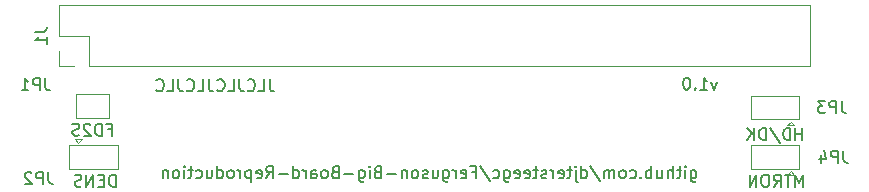
<source format=gbr>
%TF.GenerationSoftware,KiCad,Pcbnew,7.0.7*%
%TF.CreationDate,2023-09-16T00:08:42-05:00*%
%TF.ProjectId,50-to-34-pin-floppy-adapter,35302d74-6f2d-4333-942d-70696e2d666c,rev?*%
%TF.SameCoordinates,Original*%
%TF.FileFunction,Legend,Bot*%
%TF.FilePolarity,Positive*%
%FSLAX46Y46*%
G04 Gerber Fmt 4.6, Leading zero omitted, Abs format (unit mm)*
G04 Created by KiCad (PCBNEW 7.0.7) date 2023-09-16 00:08:42*
%MOMM*%
%LPD*%
G01*
G04 APERTURE LIST*
%ADD10C,0.150000*%
%ADD11C,0.120000*%
G04 APERTURE END LIST*
D10*
X190258458Y-66005152D02*
X190020363Y-66671819D01*
X190020363Y-66671819D02*
X189782268Y-66005152D01*
X188877506Y-66671819D02*
X189448934Y-66671819D01*
X189163220Y-66671819D02*
X189163220Y-65671819D01*
X189163220Y-65671819D02*
X189258458Y-65814676D01*
X189258458Y-65814676D02*
X189353696Y-65909914D01*
X189353696Y-65909914D02*
X189448934Y-65957533D01*
X188448934Y-66576580D02*
X188401315Y-66624200D01*
X188401315Y-66624200D02*
X188448934Y-66671819D01*
X188448934Y-66671819D02*
X188496553Y-66624200D01*
X188496553Y-66624200D02*
X188448934Y-66576580D01*
X188448934Y-66576580D02*
X188448934Y-66671819D01*
X187782268Y-65671819D02*
X187687030Y-65671819D01*
X187687030Y-65671819D02*
X187591792Y-65719438D01*
X187591792Y-65719438D02*
X187544173Y-65767057D01*
X187544173Y-65767057D02*
X187496554Y-65862295D01*
X187496554Y-65862295D02*
X187448935Y-66052771D01*
X187448935Y-66052771D02*
X187448935Y-66290866D01*
X187448935Y-66290866D02*
X187496554Y-66481342D01*
X187496554Y-66481342D02*
X187544173Y-66576580D01*
X187544173Y-66576580D02*
X187591792Y-66624200D01*
X187591792Y-66624200D02*
X187687030Y-66671819D01*
X187687030Y-66671819D02*
X187782268Y-66671819D01*
X187782268Y-66671819D02*
X187877506Y-66624200D01*
X187877506Y-66624200D02*
X187925125Y-66576580D01*
X187925125Y-66576580D02*
X187972744Y-66481342D01*
X187972744Y-66481342D02*
X188020363Y-66290866D01*
X188020363Y-66290866D02*
X188020363Y-66052771D01*
X188020363Y-66052771D02*
X187972744Y-65862295D01*
X187972744Y-65862295D02*
X187925125Y-65767057D01*
X187925125Y-65767057D02*
X187877506Y-65719438D01*
X187877506Y-65719438D02*
X187782268Y-65671819D01*
X152412506Y-65798819D02*
X152412506Y-66513104D01*
X152412506Y-66513104D02*
X152460125Y-66655961D01*
X152460125Y-66655961D02*
X152555363Y-66751200D01*
X152555363Y-66751200D02*
X152698220Y-66798819D01*
X152698220Y-66798819D02*
X152793458Y-66798819D01*
X151460125Y-66798819D02*
X151936315Y-66798819D01*
X151936315Y-66798819D02*
X151936315Y-65798819D01*
X150555363Y-66703580D02*
X150602982Y-66751200D01*
X150602982Y-66751200D02*
X150745839Y-66798819D01*
X150745839Y-66798819D02*
X150841077Y-66798819D01*
X150841077Y-66798819D02*
X150983934Y-66751200D01*
X150983934Y-66751200D02*
X151079172Y-66655961D01*
X151079172Y-66655961D02*
X151126791Y-66560723D01*
X151126791Y-66560723D02*
X151174410Y-66370247D01*
X151174410Y-66370247D02*
X151174410Y-66227390D01*
X151174410Y-66227390D02*
X151126791Y-66036914D01*
X151126791Y-66036914D02*
X151079172Y-65941676D01*
X151079172Y-65941676D02*
X150983934Y-65846438D01*
X150983934Y-65846438D02*
X150841077Y-65798819D01*
X150841077Y-65798819D02*
X150745839Y-65798819D01*
X150745839Y-65798819D02*
X150602982Y-65846438D01*
X150602982Y-65846438D02*
X150555363Y-65894057D01*
X149841077Y-65798819D02*
X149841077Y-66513104D01*
X149841077Y-66513104D02*
X149888696Y-66655961D01*
X149888696Y-66655961D02*
X149983934Y-66751200D01*
X149983934Y-66751200D02*
X150126791Y-66798819D01*
X150126791Y-66798819D02*
X150222029Y-66798819D01*
X148888696Y-66798819D02*
X149364886Y-66798819D01*
X149364886Y-66798819D02*
X149364886Y-65798819D01*
X147983934Y-66703580D02*
X148031553Y-66751200D01*
X148031553Y-66751200D02*
X148174410Y-66798819D01*
X148174410Y-66798819D02*
X148269648Y-66798819D01*
X148269648Y-66798819D02*
X148412505Y-66751200D01*
X148412505Y-66751200D02*
X148507743Y-66655961D01*
X148507743Y-66655961D02*
X148555362Y-66560723D01*
X148555362Y-66560723D02*
X148602981Y-66370247D01*
X148602981Y-66370247D02*
X148602981Y-66227390D01*
X148602981Y-66227390D02*
X148555362Y-66036914D01*
X148555362Y-66036914D02*
X148507743Y-65941676D01*
X148507743Y-65941676D02*
X148412505Y-65846438D01*
X148412505Y-65846438D02*
X148269648Y-65798819D01*
X148269648Y-65798819D02*
X148174410Y-65798819D01*
X148174410Y-65798819D02*
X148031553Y-65846438D01*
X148031553Y-65846438D02*
X147983934Y-65894057D01*
X147269648Y-65798819D02*
X147269648Y-66513104D01*
X147269648Y-66513104D02*
X147317267Y-66655961D01*
X147317267Y-66655961D02*
X147412505Y-66751200D01*
X147412505Y-66751200D02*
X147555362Y-66798819D01*
X147555362Y-66798819D02*
X147650600Y-66798819D01*
X146317267Y-66798819D02*
X146793457Y-66798819D01*
X146793457Y-66798819D02*
X146793457Y-65798819D01*
X145412505Y-66703580D02*
X145460124Y-66751200D01*
X145460124Y-66751200D02*
X145602981Y-66798819D01*
X145602981Y-66798819D02*
X145698219Y-66798819D01*
X145698219Y-66798819D02*
X145841076Y-66751200D01*
X145841076Y-66751200D02*
X145936314Y-66655961D01*
X145936314Y-66655961D02*
X145983933Y-66560723D01*
X145983933Y-66560723D02*
X146031552Y-66370247D01*
X146031552Y-66370247D02*
X146031552Y-66227390D01*
X146031552Y-66227390D02*
X145983933Y-66036914D01*
X145983933Y-66036914D02*
X145936314Y-65941676D01*
X145936314Y-65941676D02*
X145841076Y-65846438D01*
X145841076Y-65846438D02*
X145698219Y-65798819D01*
X145698219Y-65798819D02*
X145602981Y-65798819D01*
X145602981Y-65798819D02*
X145460124Y-65846438D01*
X145460124Y-65846438D02*
X145412505Y-65894057D01*
X144698219Y-65798819D02*
X144698219Y-66513104D01*
X144698219Y-66513104D02*
X144745838Y-66655961D01*
X144745838Y-66655961D02*
X144841076Y-66751200D01*
X144841076Y-66751200D02*
X144983933Y-66798819D01*
X144983933Y-66798819D02*
X145079171Y-66798819D01*
X143745838Y-66798819D02*
X144222028Y-66798819D01*
X144222028Y-66798819D02*
X144222028Y-65798819D01*
X142841076Y-66703580D02*
X142888695Y-66751200D01*
X142888695Y-66751200D02*
X143031552Y-66798819D01*
X143031552Y-66798819D02*
X143126790Y-66798819D01*
X143126790Y-66798819D02*
X143269647Y-66751200D01*
X143269647Y-66751200D02*
X143364885Y-66655961D01*
X143364885Y-66655961D02*
X143412504Y-66560723D01*
X143412504Y-66560723D02*
X143460123Y-66370247D01*
X143460123Y-66370247D02*
X143460123Y-66227390D01*
X143460123Y-66227390D02*
X143412504Y-66036914D01*
X143412504Y-66036914D02*
X143364885Y-65941676D01*
X143364885Y-65941676D02*
X143269647Y-65846438D01*
X143269647Y-65846438D02*
X143126790Y-65798819D01*
X143126790Y-65798819D02*
X143031552Y-65798819D01*
X143031552Y-65798819D02*
X142888695Y-65846438D01*
X142888695Y-65846438D02*
X142841076Y-65894057D01*
X188083649Y-73498152D02*
X188083649Y-74307676D01*
X188083649Y-74307676D02*
X188131268Y-74402914D01*
X188131268Y-74402914D02*
X188178887Y-74450533D01*
X188178887Y-74450533D02*
X188274125Y-74498152D01*
X188274125Y-74498152D02*
X188416982Y-74498152D01*
X188416982Y-74498152D02*
X188512220Y-74450533D01*
X188083649Y-74117200D02*
X188178887Y-74164819D01*
X188178887Y-74164819D02*
X188369363Y-74164819D01*
X188369363Y-74164819D02*
X188464601Y-74117200D01*
X188464601Y-74117200D02*
X188512220Y-74069580D01*
X188512220Y-74069580D02*
X188559839Y-73974342D01*
X188559839Y-73974342D02*
X188559839Y-73688628D01*
X188559839Y-73688628D02*
X188512220Y-73593390D01*
X188512220Y-73593390D02*
X188464601Y-73545771D01*
X188464601Y-73545771D02*
X188369363Y-73498152D01*
X188369363Y-73498152D02*
X188178887Y-73498152D01*
X188178887Y-73498152D02*
X188083649Y-73545771D01*
X187607458Y-74164819D02*
X187607458Y-73498152D01*
X187607458Y-73164819D02*
X187655077Y-73212438D01*
X187655077Y-73212438D02*
X187607458Y-73260057D01*
X187607458Y-73260057D02*
X187559839Y-73212438D01*
X187559839Y-73212438D02*
X187607458Y-73164819D01*
X187607458Y-73164819D02*
X187607458Y-73260057D01*
X187274125Y-73498152D02*
X186893173Y-73498152D01*
X187131268Y-73164819D02*
X187131268Y-74021961D01*
X187131268Y-74021961D02*
X187083649Y-74117200D01*
X187083649Y-74117200D02*
X186988411Y-74164819D01*
X186988411Y-74164819D02*
X186893173Y-74164819D01*
X186559839Y-74164819D02*
X186559839Y-73164819D01*
X186131268Y-74164819D02*
X186131268Y-73641009D01*
X186131268Y-73641009D02*
X186178887Y-73545771D01*
X186178887Y-73545771D02*
X186274125Y-73498152D01*
X186274125Y-73498152D02*
X186416982Y-73498152D01*
X186416982Y-73498152D02*
X186512220Y-73545771D01*
X186512220Y-73545771D02*
X186559839Y-73593390D01*
X185226506Y-73498152D02*
X185226506Y-74164819D01*
X185655077Y-73498152D02*
X185655077Y-74021961D01*
X185655077Y-74021961D02*
X185607458Y-74117200D01*
X185607458Y-74117200D02*
X185512220Y-74164819D01*
X185512220Y-74164819D02*
X185369363Y-74164819D01*
X185369363Y-74164819D02*
X185274125Y-74117200D01*
X185274125Y-74117200D02*
X185226506Y-74069580D01*
X184750315Y-74164819D02*
X184750315Y-73164819D01*
X184750315Y-73545771D02*
X184655077Y-73498152D01*
X184655077Y-73498152D02*
X184464601Y-73498152D01*
X184464601Y-73498152D02*
X184369363Y-73545771D01*
X184369363Y-73545771D02*
X184321744Y-73593390D01*
X184321744Y-73593390D02*
X184274125Y-73688628D01*
X184274125Y-73688628D02*
X184274125Y-73974342D01*
X184274125Y-73974342D02*
X184321744Y-74069580D01*
X184321744Y-74069580D02*
X184369363Y-74117200D01*
X184369363Y-74117200D02*
X184464601Y-74164819D01*
X184464601Y-74164819D02*
X184655077Y-74164819D01*
X184655077Y-74164819D02*
X184750315Y-74117200D01*
X183845553Y-74069580D02*
X183797934Y-74117200D01*
X183797934Y-74117200D02*
X183845553Y-74164819D01*
X183845553Y-74164819D02*
X183893172Y-74117200D01*
X183893172Y-74117200D02*
X183845553Y-74069580D01*
X183845553Y-74069580D02*
X183845553Y-74164819D01*
X182940792Y-74117200D02*
X183036030Y-74164819D01*
X183036030Y-74164819D02*
X183226506Y-74164819D01*
X183226506Y-74164819D02*
X183321744Y-74117200D01*
X183321744Y-74117200D02*
X183369363Y-74069580D01*
X183369363Y-74069580D02*
X183416982Y-73974342D01*
X183416982Y-73974342D02*
X183416982Y-73688628D01*
X183416982Y-73688628D02*
X183369363Y-73593390D01*
X183369363Y-73593390D02*
X183321744Y-73545771D01*
X183321744Y-73545771D02*
X183226506Y-73498152D01*
X183226506Y-73498152D02*
X183036030Y-73498152D01*
X183036030Y-73498152D02*
X182940792Y-73545771D01*
X182369363Y-74164819D02*
X182464601Y-74117200D01*
X182464601Y-74117200D02*
X182512220Y-74069580D01*
X182512220Y-74069580D02*
X182559839Y-73974342D01*
X182559839Y-73974342D02*
X182559839Y-73688628D01*
X182559839Y-73688628D02*
X182512220Y-73593390D01*
X182512220Y-73593390D02*
X182464601Y-73545771D01*
X182464601Y-73545771D02*
X182369363Y-73498152D01*
X182369363Y-73498152D02*
X182226506Y-73498152D01*
X182226506Y-73498152D02*
X182131268Y-73545771D01*
X182131268Y-73545771D02*
X182083649Y-73593390D01*
X182083649Y-73593390D02*
X182036030Y-73688628D01*
X182036030Y-73688628D02*
X182036030Y-73974342D01*
X182036030Y-73974342D02*
X182083649Y-74069580D01*
X182083649Y-74069580D02*
X182131268Y-74117200D01*
X182131268Y-74117200D02*
X182226506Y-74164819D01*
X182226506Y-74164819D02*
X182369363Y-74164819D01*
X181607458Y-74164819D02*
X181607458Y-73498152D01*
X181607458Y-73593390D02*
X181559839Y-73545771D01*
X181559839Y-73545771D02*
X181464601Y-73498152D01*
X181464601Y-73498152D02*
X181321744Y-73498152D01*
X181321744Y-73498152D02*
X181226506Y-73545771D01*
X181226506Y-73545771D02*
X181178887Y-73641009D01*
X181178887Y-73641009D02*
X181178887Y-74164819D01*
X181178887Y-73641009D02*
X181131268Y-73545771D01*
X181131268Y-73545771D02*
X181036030Y-73498152D01*
X181036030Y-73498152D02*
X180893173Y-73498152D01*
X180893173Y-73498152D02*
X180797934Y-73545771D01*
X180797934Y-73545771D02*
X180750315Y-73641009D01*
X180750315Y-73641009D02*
X180750315Y-74164819D01*
X179559840Y-73117200D02*
X180416982Y-74402914D01*
X178797935Y-74164819D02*
X178797935Y-73164819D01*
X178797935Y-74117200D02*
X178893173Y-74164819D01*
X178893173Y-74164819D02*
X179083649Y-74164819D01*
X179083649Y-74164819D02*
X179178887Y-74117200D01*
X179178887Y-74117200D02*
X179226506Y-74069580D01*
X179226506Y-74069580D02*
X179274125Y-73974342D01*
X179274125Y-73974342D02*
X179274125Y-73688628D01*
X179274125Y-73688628D02*
X179226506Y-73593390D01*
X179226506Y-73593390D02*
X179178887Y-73545771D01*
X179178887Y-73545771D02*
X179083649Y-73498152D01*
X179083649Y-73498152D02*
X178893173Y-73498152D01*
X178893173Y-73498152D02*
X178797935Y-73545771D01*
X178321744Y-73498152D02*
X178321744Y-74355295D01*
X178321744Y-74355295D02*
X178369363Y-74450533D01*
X178369363Y-74450533D02*
X178464601Y-74498152D01*
X178464601Y-74498152D02*
X178512220Y-74498152D01*
X178321744Y-73164819D02*
X178369363Y-73212438D01*
X178369363Y-73212438D02*
X178321744Y-73260057D01*
X178321744Y-73260057D02*
X178274125Y-73212438D01*
X178274125Y-73212438D02*
X178321744Y-73164819D01*
X178321744Y-73164819D02*
X178321744Y-73260057D01*
X177988411Y-73498152D02*
X177607459Y-73498152D01*
X177845554Y-73164819D02*
X177845554Y-74021961D01*
X177845554Y-74021961D02*
X177797935Y-74117200D01*
X177797935Y-74117200D02*
X177702697Y-74164819D01*
X177702697Y-74164819D02*
X177607459Y-74164819D01*
X176893173Y-74117200D02*
X176988411Y-74164819D01*
X176988411Y-74164819D02*
X177178887Y-74164819D01*
X177178887Y-74164819D02*
X177274125Y-74117200D01*
X177274125Y-74117200D02*
X177321744Y-74021961D01*
X177321744Y-74021961D02*
X177321744Y-73641009D01*
X177321744Y-73641009D02*
X177274125Y-73545771D01*
X177274125Y-73545771D02*
X177178887Y-73498152D01*
X177178887Y-73498152D02*
X176988411Y-73498152D01*
X176988411Y-73498152D02*
X176893173Y-73545771D01*
X176893173Y-73545771D02*
X176845554Y-73641009D01*
X176845554Y-73641009D02*
X176845554Y-73736247D01*
X176845554Y-73736247D02*
X177321744Y-73831485D01*
X176416982Y-74164819D02*
X176416982Y-73498152D01*
X176416982Y-73688628D02*
X176369363Y-73593390D01*
X176369363Y-73593390D02*
X176321744Y-73545771D01*
X176321744Y-73545771D02*
X176226506Y-73498152D01*
X176226506Y-73498152D02*
X176131268Y-73498152D01*
X175845553Y-74117200D02*
X175750315Y-74164819D01*
X175750315Y-74164819D02*
X175559839Y-74164819D01*
X175559839Y-74164819D02*
X175464601Y-74117200D01*
X175464601Y-74117200D02*
X175416982Y-74021961D01*
X175416982Y-74021961D02*
X175416982Y-73974342D01*
X175416982Y-73974342D02*
X175464601Y-73879104D01*
X175464601Y-73879104D02*
X175559839Y-73831485D01*
X175559839Y-73831485D02*
X175702696Y-73831485D01*
X175702696Y-73831485D02*
X175797934Y-73783866D01*
X175797934Y-73783866D02*
X175845553Y-73688628D01*
X175845553Y-73688628D02*
X175845553Y-73641009D01*
X175845553Y-73641009D02*
X175797934Y-73545771D01*
X175797934Y-73545771D02*
X175702696Y-73498152D01*
X175702696Y-73498152D02*
X175559839Y-73498152D01*
X175559839Y-73498152D02*
X175464601Y-73545771D01*
X175131267Y-73498152D02*
X174750315Y-73498152D01*
X174988410Y-73164819D02*
X174988410Y-74021961D01*
X174988410Y-74021961D02*
X174940791Y-74117200D01*
X174940791Y-74117200D02*
X174845553Y-74164819D01*
X174845553Y-74164819D02*
X174750315Y-74164819D01*
X174036029Y-74117200D02*
X174131267Y-74164819D01*
X174131267Y-74164819D02*
X174321743Y-74164819D01*
X174321743Y-74164819D02*
X174416981Y-74117200D01*
X174416981Y-74117200D02*
X174464600Y-74021961D01*
X174464600Y-74021961D02*
X174464600Y-73641009D01*
X174464600Y-73641009D02*
X174416981Y-73545771D01*
X174416981Y-73545771D02*
X174321743Y-73498152D01*
X174321743Y-73498152D02*
X174131267Y-73498152D01*
X174131267Y-73498152D02*
X174036029Y-73545771D01*
X174036029Y-73545771D02*
X173988410Y-73641009D01*
X173988410Y-73641009D02*
X173988410Y-73736247D01*
X173988410Y-73736247D02*
X174464600Y-73831485D01*
X173178886Y-74117200D02*
X173274124Y-74164819D01*
X173274124Y-74164819D02*
X173464600Y-74164819D01*
X173464600Y-74164819D02*
X173559838Y-74117200D01*
X173559838Y-74117200D02*
X173607457Y-74021961D01*
X173607457Y-74021961D02*
X173607457Y-73641009D01*
X173607457Y-73641009D02*
X173559838Y-73545771D01*
X173559838Y-73545771D02*
X173464600Y-73498152D01*
X173464600Y-73498152D02*
X173274124Y-73498152D01*
X173274124Y-73498152D02*
X173178886Y-73545771D01*
X173178886Y-73545771D02*
X173131267Y-73641009D01*
X173131267Y-73641009D02*
X173131267Y-73736247D01*
X173131267Y-73736247D02*
X173607457Y-73831485D01*
X172274124Y-73498152D02*
X172274124Y-74307676D01*
X172274124Y-74307676D02*
X172321743Y-74402914D01*
X172321743Y-74402914D02*
X172369362Y-74450533D01*
X172369362Y-74450533D02*
X172464600Y-74498152D01*
X172464600Y-74498152D02*
X172607457Y-74498152D01*
X172607457Y-74498152D02*
X172702695Y-74450533D01*
X172274124Y-74117200D02*
X172369362Y-74164819D01*
X172369362Y-74164819D02*
X172559838Y-74164819D01*
X172559838Y-74164819D02*
X172655076Y-74117200D01*
X172655076Y-74117200D02*
X172702695Y-74069580D01*
X172702695Y-74069580D02*
X172750314Y-73974342D01*
X172750314Y-73974342D02*
X172750314Y-73688628D01*
X172750314Y-73688628D02*
X172702695Y-73593390D01*
X172702695Y-73593390D02*
X172655076Y-73545771D01*
X172655076Y-73545771D02*
X172559838Y-73498152D01*
X172559838Y-73498152D02*
X172369362Y-73498152D01*
X172369362Y-73498152D02*
X172274124Y-73545771D01*
X171369362Y-74117200D02*
X171464600Y-74164819D01*
X171464600Y-74164819D02*
X171655076Y-74164819D01*
X171655076Y-74164819D02*
X171750314Y-74117200D01*
X171750314Y-74117200D02*
X171797933Y-74069580D01*
X171797933Y-74069580D02*
X171845552Y-73974342D01*
X171845552Y-73974342D02*
X171845552Y-73688628D01*
X171845552Y-73688628D02*
X171797933Y-73593390D01*
X171797933Y-73593390D02*
X171750314Y-73545771D01*
X171750314Y-73545771D02*
X171655076Y-73498152D01*
X171655076Y-73498152D02*
X171464600Y-73498152D01*
X171464600Y-73498152D02*
X171369362Y-73545771D01*
X170226505Y-73117200D02*
X171083647Y-74402914D01*
X169559838Y-73641009D02*
X169893171Y-73641009D01*
X169893171Y-74164819D02*
X169893171Y-73164819D01*
X169893171Y-73164819D02*
X169416981Y-73164819D01*
X168655076Y-74117200D02*
X168750314Y-74164819D01*
X168750314Y-74164819D02*
X168940790Y-74164819D01*
X168940790Y-74164819D02*
X169036028Y-74117200D01*
X169036028Y-74117200D02*
X169083647Y-74021961D01*
X169083647Y-74021961D02*
X169083647Y-73641009D01*
X169083647Y-73641009D02*
X169036028Y-73545771D01*
X169036028Y-73545771D02*
X168940790Y-73498152D01*
X168940790Y-73498152D02*
X168750314Y-73498152D01*
X168750314Y-73498152D02*
X168655076Y-73545771D01*
X168655076Y-73545771D02*
X168607457Y-73641009D01*
X168607457Y-73641009D02*
X168607457Y-73736247D01*
X168607457Y-73736247D02*
X169083647Y-73831485D01*
X168178885Y-74164819D02*
X168178885Y-73498152D01*
X168178885Y-73688628D02*
X168131266Y-73593390D01*
X168131266Y-73593390D02*
X168083647Y-73545771D01*
X168083647Y-73545771D02*
X167988409Y-73498152D01*
X167988409Y-73498152D02*
X167893171Y-73498152D01*
X167131266Y-73498152D02*
X167131266Y-74307676D01*
X167131266Y-74307676D02*
X167178885Y-74402914D01*
X167178885Y-74402914D02*
X167226504Y-74450533D01*
X167226504Y-74450533D02*
X167321742Y-74498152D01*
X167321742Y-74498152D02*
X167464599Y-74498152D01*
X167464599Y-74498152D02*
X167559837Y-74450533D01*
X167131266Y-74117200D02*
X167226504Y-74164819D01*
X167226504Y-74164819D02*
X167416980Y-74164819D01*
X167416980Y-74164819D02*
X167512218Y-74117200D01*
X167512218Y-74117200D02*
X167559837Y-74069580D01*
X167559837Y-74069580D02*
X167607456Y-73974342D01*
X167607456Y-73974342D02*
X167607456Y-73688628D01*
X167607456Y-73688628D02*
X167559837Y-73593390D01*
X167559837Y-73593390D02*
X167512218Y-73545771D01*
X167512218Y-73545771D02*
X167416980Y-73498152D01*
X167416980Y-73498152D02*
X167226504Y-73498152D01*
X167226504Y-73498152D02*
X167131266Y-73545771D01*
X166226504Y-73498152D02*
X166226504Y-74164819D01*
X166655075Y-73498152D02*
X166655075Y-74021961D01*
X166655075Y-74021961D02*
X166607456Y-74117200D01*
X166607456Y-74117200D02*
X166512218Y-74164819D01*
X166512218Y-74164819D02*
X166369361Y-74164819D01*
X166369361Y-74164819D02*
X166274123Y-74117200D01*
X166274123Y-74117200D02*
X166226504Y-74069580D01*
X165797932Y-74117200D02*
X165702694Y-74164819D01*
X165702694Y-74164819D02*
X165512218Y-74164819D01*
X165512218Y-74164819D02*
X165416980Y-74117200D01*
X165416980Y-74117200D02*
X165369361Y-74021961D01*
X165369361Y-74021961D02*
X165369361Y-73974342D01*
X165369361Y-73974342D02*
X165416980Y-73879104D01*
X165416980Y-73879104D02*
X165512218Y-73831485D01*
X165512218Y-73831485D02*
X165655075Y-73831485D01*
X165655075Y-73831485D02*
X165750313Y-73783866D01*
X165750313Y-73783866D02*
X165797932Y-73688628D01*
X165797932Y-73688628D02*
X165797932Y-73641009D01*
X165797932Y-73641009D02*
X165750313Y-73545771D01*
X165750313Y-73545771D02*
X165655075Y-73498152D01*
X165655075Y-73498152D02*
X165512218Y-73498152D01*
X165512218Y-73498152D02*
X165416980Y-73545771D01*
X164797932Y-74164819D02*
X164893170Y-74117200D01*
X164893170Y-74117200D02*
X164940789Y-74069580D01*
X164940789Y-74069580D02*
X164988408Y-73974342D01*
X164988408Y-73974342D02*
X164988408Y-73688628D01*
X164988408Y-73688628D02*
X164940789Y-73593390D01*
X164940789Y-73593390D02*
X164893170Y-73545771D01*
X164893170Y-73545771D02*
X164797932Y-73498152D01*
X164797932Y-73498152D02*
X164655075Y-73498152D01*
X164655075Y-73498152D02*
X164559837Y-73545771D01*
X164559837Y-73545771D02*
X164512218Y-73593390D01*
X164512218Y-73593390D02*
X164464599Y-73688628D01*
X164464599Y-73688628D02*
X164464599Y-73974342D01*
X164464599Y-73974342D02*
X164512218Y-74069580D01*
X164512218Y-74069580D02*
X164559837Y-74117200D01*
X164559837Y-74117200D02*
X164655075Y-74164819D01*
X164655075Y-74164819D02*
X164797932Y-74164819D01*
X164036027Y-73498152D02*
X164036027Y-74164819D01*
X164036027Y-73593390D02*
X163988408Y-73545771D01*
X163988408Y-73545771D02*
X163893170Y-73498152D01*
X163893170Y-73498152D02*
X163750313Y-73498152D01*
X163750313Y-73498152D02*
X163655075Y-73545771D01*
X163655075Y-73545771D02*
X163607456Y-73641009D01*
X163607456Y-73641009D02*
X163607456Y-74164819D01*
X163131265Y-73783866D02*
X162369361Y-73783866D01*
X161559837Y-73641009D02*
X161416980Y-73688628D01*
X161416980Y-73688628D02*
X161369361Y-73736247D01*
X161369361Y-73736247D02*
X161321742Y-73831485D01*
X161321742Y-73831485D02*
X161321742Y-73974342D01*
X161321742Y-73974342D02*
X161369361Y-74069580D01*
X161369361Y-74069580D02*
X161416980Y-74117200D01*
X161416980Y-74117200D02*
X161512218Y-74164819D01*
X161512218Y-74164819D02*
X161893170Y-74164819D01*
X161893170Y-74164819D02*
X161893170Y-73164819D01*
X161893170Y-73164819D02*
X161559837Y-73164819D01*
X161559837Y-73164819D02*
X161464599Y-73212438D01*
X161464599Y-73212438D02*
X161416980Y-73260057D01*
X161416980Y-73260057D02*
X161369361Y-73355295D01*
X161369361Y-73355295D02*
X161369361Y-73450533D01*
X161369361Y-73450533D02*
X161416980Y-73545771D01*
X161416980Y-73545771D02*
X161464599Y-73593390D01*
X161464599Y-73593390D02*
X161559837Y-73641009D01*
X161559837Y-73641009D02*
X161893170Y-73641009D01*
X160893170Y-74164819D02*
X160893170Y-73498152D01*
X160893170Y-73164819D02*
X160940789Y-73212438D01*
X160940789Y-73212438D02*
X160893170Y-73260057D01*
X160893170Y-73260057D02*
X160845551Y-73212438D01*
X160845551Y-73212438D02*
X160893170Y-73164819D01*
X160893170Y-73164819D02*
X160893170Y-73260057D01*
X159988409Y-73498152D02*
X159988409Y-74307676D01*
X159988409Y-74307676D02*
X160036028Y-74402914D01*
X160036028Y-74402914D02*
X160083647Y-74450533D01*
X160083647Y-74450533D02*
X160178885Y-74498152D01*
X160178885Y-74498152D02*
X160321742Y-74498152D01*
X160321742Y-74498152D02*
X160416980Y-74450533D01*
X159988409Y-74117200D02*
X160083647Y-74164819D01*
X160083647Y-74164819D02*
X160274123Y-74164819D01*
X160274123Y-74164819D02*
X160369361Y-74117200D01*
X160369361Y-74117200D02*
X160416980Y-74069580D01*
X160416980Y-74069580D02*
X160464599Y-73974342D01*
X160464599Y-73974342D02*
X160464599Y-73688628D01*
X160464599Y-73688628D02*
X160416980Y-73593390D01*
X160416980Y-73593390D02*
X160369361Y-73545771D01*
X160369361Y-73545771D02*
X160274123Y-73498152D01*
X160274123Y-73498152D02*
X160083647Y-73498152D01*
X160083647Y-73498152D02*
X159988409Y-73545771D01*
X159512218Y-73783866D02*
X158750314Y-73783866D01*
X157940790Y-73641009D02*
X157797933Y-73688628D01*
X157797933Y-73688628D02*
X157750314Y-73736247D01*
X157750314Y-73736247D02*
X157702695Y-73831485D01*
X157702695Y-73831485D02*
X157702695Y-73974342D01*
X157702695Y-73974342D02*
X157750314Y-74069580D01*
X157750314Y-74069580D02*
X157797933Y-74117200D01*
X157797933Y-74117200D02*
X157893171Y-74164819D01*
X157893171Y-74164819D02*
X158274123Y-74164819D01*
X158274123Y-74164819D02*
X158274123Y-73164819D01*
X158274123Y-73164819D02*
X157940790Y-73164819D01*
X157940790Y-73164819D02*
X157845552Y-73212438D01*
X157845552Y-73212438D02*
X157797933Y-73260057D01*
X157797933Y-73260057D02*
X157750314Y-73355295D01*
X157750314Y-73355295D02*
X157750314Y-73450533D01*
X157750314Y-73450533D02*
X157797933Y-73545771D01*
X157797933Y-73545771D02*
X157845552Y-73593390D01*
X157845552Y-73593390D02*
X157940790Y-73641009D01*
X157940790Y-73641009D02*
X158274123Y-73641009D01*
X157131266Y-74164819D02*
X157226504Y-74117200D01*
X157226504Y-74117200D02*
X157274123Y-74069580D01*
X157274123Y-74069580D02*
X157321742Y-73974342D01*
X157321742Y-73974342D02*
X157321742Y-73688628D01*
X157321742Y-73688628D02*
X157274123Y-73593390D01*
X157274123Y-73593390D02*
X157226504Y-73545771D01*
X157226504Y-73545771D02*
X157131266Y-73498152D01*
X157131266Y-73498152D02*
X156988409Y-73498152D01*
X156988409Y-73498152D02*
X156893171Y-73545771D01*
X156893171Y-73545771D02*
X156845552Y-73593390D01*
X156845552Y-73593390D02*
X156797933Y-73688628D01*
X156797933Y-73688628D02*
X156797933Y-73974342D01*
X156797933Y-73974342D02*
X156845552Y-74069580D01*
X156845552Y-74069580D02*
X156893171Y-74117200D01*
X156893171Y-74117200D02*
X156988409Y-74164819D01*
X156988409Y-74164819D02*
X157131266Y-74164819D01*
X155940790Y-74164819D02*
X155940790Y-73641009D01*
X155940790Y-73641009D02*
X155988409Y-73545771D01*
X155988409Y-73545771D02*
X156083647Y-73498152D01*
X156083647Y-73498152D02*
X156274123Y-73498152D01*
X156274123Y-73498152D02*
X156369361Y-73545771D01*
X155940790Y-74117200D02*
X156036028Y-74164819D01*
X156036028Y-74164819D02*
X156274123Y-74164819D01*
X156274123Y-74164819D02*
X156369361Y-74117200D01*
X156369361Y-74117200D02*
X156416980Y-74021961D01*
X156416980Y-74021961D02*
X156416980Y-73926723D01*
X156416980Y-73926723D02*
X156369361Y-73831485D01*
X156369361Y-73831485D02*
X156274123Y-73783866D01*
X156274123Y-73783866D02*
X156036028Y-73783866D01*
X156036028Y-73783866D02*
X155940790Y-73736247D01*
X155464599Y-74164819D02*
X155464599Y-73498152D01*
X155464599Y-73688628D02*
X155416980Y-73593390D01*
X155416980Y-73593390D02*
X155369361Y-73545771D01*
X155369361Y-73545771D02*
X155274123Y-73498152D01*
X155274123Y-73498152D02*
X155178885Y-73498152D01*
X154416980Y-74164819D02*
X154416980Y-73164819D01*
X154416980Y-74117200D02*
X154512218Y-74164819D01*
X154512218Y-74164819D02*
X154702694Y-74164819D01*
X154702694Y-74164819D02*
X154797932Y-74117200D01*
X154797932Y-74117200D02*
X154845551Y-74069580D01*
X154845551Y-74069580D02*
X154893170Y-73974342D01*
X154893170Y-73974342D02*
X154893170Y-73688628D01*
X154893170Y-73688628D02*
X154845551Y-73593390D01*
X154845551Y-73593390D02*
X154797932Y-73545771D01*
X154797932Y-73545771D02*
X154702694Y-73498152D01*
X154702694Y-73498152D02*
X154512218Y-73498152D01*
X154512218Y-73498152D02*
X154416980Y-73545771D01*
X153940789Y-73783866D02*
X153178885Y-73783866D01*
X152131266Y-74164819D02*
X152464599Y-73688628D01*
X152702694Y-74164819D02*
X152702694Y-73164819D01*
X152702694Y-73164819D02*
X152321742Y-73164819D01*
X152321742Y-73164819D02*
X152226504Y-73212438D01*
X152226504Y-73212438D02*
X152178885Y-73260057D01*
X152178885Y-73260057D02*
X152131266Y-73355295D01*
X152131266Y-73355295D02*
X152131266Y-73498152D01*
X152131266Y-73498152D02*
X152178885Y-73593390D01*
X152178885Y-73593390D02*
X152226504Y-73641009D01*
X152226504Y-73641009D02*
X152321742Y-73688628D01*
X152321742Y-73688628D02*
X152702694Y-73688628D01*
X151321742Y-74117200D02*
X151416980Y-74164819D01*
X151416980Y-74164819D02*
X151607456Y-74164819D01*
X151607456Y-74164819D02*
X151702694Y-74117200D01*
X151702694Y-74117200D02*
X151750313Y-74021961D01*
X151750313Y-74021961D02*
X151750313Y-73641009D01*
X151750313Y-73641009D02*
X151702694Y-73545771D01*
X151702694Y-73545771D02*
X151607456Y-73498152D01*
X151607456Y-73498152D02*
X151416980Y-73498152D01*
X151416980Y-73498152D02*
X151321742Y-73545771D01*
X151321742Y-73545771D02*
X151274123Y-73641009D01*
X151274123Y-73641009D02*
X151274123Y-73736247D01*
X151274123Y-73736247D02*
X151750313Y-73831485D01*
X150845551Y-73498152D02*
X150845551Y-74498152D01*
X150845551Y-73545771D02*
X150750313Y-73498152D01*
X150750313Y-73498152D02*
X150559837Y-73498152D01*
X150559837Y-73498152D02*
X150464599Y-73545771D01*
X150464599Y-73545771D02*
X150416980Y-73593390D01*
X150416980Y-73593390D02*
X150369361Y-73688628D01*
X150369361Y-73688628D02*
X150369361Y-73974342D01*
X150369361Y-73974342D02*
X150416980Y-74069580D01*
X150416980Y-74069580D02*
X150464599Y-74117200D01*
X150464599Y-74117200D02*
X150559837Y-74164819D01*
X150559837Y-74164819D02*
X150750313Y-74164819D01*
X150750313Y-74164819D02*
X150845551Y-74117200D01*
X149940789Y-74164819D02*
X149940789Y-73498152D01*
X149940789Y-73688628D02*
X149893170Y-73593390D01*
X149893170Y-73593390D02*
X149845551Y-73545771D01*
X149845551Y-73545771D02*
X149750313Y-73498152D01*
X149750313Y-73498152D02*
X149655075Y-73498152D01*
X149178884Y-74164819D02*
X149274122Y-74117200D01*
X149274122Y-74117200D02*
X149321741Y-74069580D01*
X149321741Y-74069580D02*
X149369360Y-73974342D01*
X149369360Y-73974342D02*
X149369360Y-73688628D01*
X149369360Y-73688628D02*
X149321741Y-73593390D01*
X149321741Y-73593390D02*
X149274122Y-73545771D01*
X149274122Y-73545771D02*
X149178884Y-73498152D01*
X149178884Y-73498152D02*
X149036027Y-73498152D01*
X149036027Y-73498152D02*
X148940789Y-73545771D01*
X148940789Y-73545771D02*
X148893170Y-73593390D01*
X148893170Y-73593390D02*
X148845551Y-73688628D01*
X148845551Y-73688628D02*
X148845551Y-73974342D01*
X148845551Y-73974342D02*
X148893170Y-74069580D01*
X148893170Y-74069580D02*
X148940789Y-74117200D01*
X148940789Y-74117200D02*
X149036027Y-74164819D01*
X149036027Y-74164819D02*
X149178884Y-74164819D01*
X147988408Y-74164819D02*
X147988408Y-73164819D01*
X147988408Y-74117200D02*
X148083646Y-74164819D01*
X148083646Y-74164819D02*
X148274122Y-74164819D01*
X148274122Y-74164819D02*
X148369360Y-74117200D01*
X148369360Y-74117200D02*
X148416979Y-74069580D01*
X148416979Y-74069580D02*
X148464598Y-73974342D01*
X148464598Y-73974342D02*
X148464598Y-73688628D01*
X148464598Y-73688628D02*
X148416979Y-73593390D01*
X148416979Y-73593390D02*
X148369360Y-73545771D01*
X148369360Y-73545771D02*
X148274122Y-73498152D01*
X148274122Y-73498152D02*
X148083646Y-73498152D01*
X148083646Y-73498152D02*
X147988408Y-73545771D01*
X147083646Y-73498152D02*
X147083646Y-74164819D01*
X147512217Y-73498152D02*
X147512217Y-74021961D01*
X147512217Y-74021961D02*
X147464598Y-74117200D01*
X147464598Y-74117200D02*
X147369360Y-74164819D01*
X147369360Y-74164819D02*
X147226503Y-74164819D01*
X147226503Y-74164819D02*
X147131265Y-74117200D01*
X147131265Y-74117200D02*
X147083646Y-74069580D01*
X146178884Y-74117200D02*
X146274122Y-74164819D01*
X146274122Y-74164819D02*
X146464598Y-74164819D01*
X146464598Y-74164819D02*
X146559836Y-74117200D01*
X146559836Y-74117200D02*
X146607455Y-74069580D01*
X146607455Y-74069580D02*
X146655074Y-73974342D01*
X146655074Y-73974342D02*
X146655074Y-73688628D01*
X146655074Y-73688628D02*
X146607455Y-73593390D01*
X146607455Y-73593390D02*
X146559836Y-73545771D01*
X146559836Y-73545771D02*
X146464598Y-73498152D01*
X146464598Y-73498152D02*
X146274122Y-73498152D01*
X146274122Y-73498152D02*
X146178884Y-73545771D01*
X145893169Y-73498152D02*
X145512217Y-73498152D01*
X145750312Y-73164819D02*
X145750312Y-74021961D01*
X145750312Y-74021961D02*
X145702693Y-74117200D01*
X145702693Y-74117200D02*
X145607455Y-74164819D01*
X145607455Y-74164819D02*
X145512217Y-74164819D01*
X145178883Y-74164819D02*
X145178883Y-73498152D01*
X145178883Y-73164819D02*
X145226502Y-73212438D01*
X145226502Y-73212438D02*
X145178883Y-73260057D01*
X145178883Y-73260057D02*
X145131264Y-73212438D01*
X145131264Y-73212438D02*
X145178883Y-73164819D01*
X145178883Y-73164819D02*
X145178883Y-73260057D01*
X144559836Y-74164819D02*
X144655074Y-74117200D01*
X144655074Y-74117200D02*
X144702693Y-74069580D01*
X144702693Y-74069580D02*
X144750312Y-73974342D01*
X144750312Y-73974342D02*
X144750312Y-73688628D01*
X144750312Y-73688628D02*
X144702693Y-73593390D01*
X144702693Y-73593390D02*
X144655074Y-73545771D01*
X144655074Y-73545771D02*
X144559836Y-73498152D01*
X144559836Y-73498152D02*
X144416979Y-73498152D01*
X144416979Y-73498152D02*
X144321741Y-73545771D01*
X144321741Y-73545771D02*
X144274122Y-73593390D01*
X144274122Y-73593390D02*
X144226503Y-73688628D01*
X144226503Y-73688628D02*
X144226503Y-73974342D01*
X144226503Y-73974342D02*
X144274122Y-74069580D01*
X144274122Y-74069580D02*
X144321741Y-74117200D01*
X144321741Y-74117200D02*
X144416979Y-74164819D01*
X144416979Y-74164819D02*
X144559836Y-74164819D01*
X143797931Y-73498152D02*
X143797931Y-74164819D01*
X143797931Y-73593390D02*
X143750312Y-73545771D01*
X143750312Y-73545771D02*
X143655074Y-73498152D01*
X143655074Y-73498152D02*
X143512217Y-73498152D01*
X143512217Y-73498152D02*
X143416979Y-73545771D01*
X143416979Y-73545771D02*
X143369360Y-73641009D01*
X143369360Y-73641009D02*
X143369360Y-74164819D01*
X133421333Y-65726819D02*
X133421333Y-66441104D01*
X133421333Y-66441104D02*
X133468952Y-66583961D01*
X133468952Y-66583961D02*
X133564190Y-66679200D01*
X133564190Y-66679200D02*
X133707047Y-66726819D01*
X133707047Y-66726819D02*
X133802285Y-66726819D01*
X132945142Y-66726819D02*
X132945142Y-65726819D01*
X132945142Y-65726819D02*
X132564190Y-65726819D01*
X132564190Y-65726819D02*
X132468952Y-65774438D01*
X132468952Y-65774438D02*
X132421333Y-65822057D01*
X132421333Y-65822057D02*
X132373714Y-65917295D01*
X132373714Y-65917295D02*
X132373714Y-66060152D01*
X132373714Y-66060152D02*
X132421333Y-66155390D01*
X132421333Y-66155390D02*
X132468952Y-66203009D01*
X132468952Y-66203009D02*
X132564190Y-66250628D01*
X132564190Y-66250628D02*
X132945142Y-66250628D01*
X131421333Y-66726819D02*
X131992761Y-66726819D01*
X131707047Y-66726819D02*
X131707047Y-65726819D01*
X131707047Y-65726819D02*
X131802285Y-65869676D01*
X131802285Y-65869676D02*
X131897523Y-65964914D01*
X131897523Y-65964914D02*
X131992761Y-66012533D01*
X138723523Y-70035009D02*
X139056856Y-70035009D01*
X139056856Y-70558819D02*
X139056856Y-69558819D01*
X139056856Y-69558819D02*
X138580666Y-69558819D01*
X138199713Y-70558819D02*
X138199713Y-69558819D01*
X138199713Y-69558819D02*
X137961618Y-69558819D01*
X137961618Y-69558819D02*
X137818761Y-69606438D01*
X137818761Y-69606438D02*
X137723523Y-69701676D01*
X137723523Y-69701676D02*
X137675904Y-69796914D01*
X137675904Y-69796914D02*
X137628285Y-69987390D01*
X137628285Y-69987390D02*
X137628285Y-70130247D01*
X137628285Y-70130247D02*
X137675904Y-70320723D01*
X137675904Y-70320723D02*
X137723523Y-70415961D01*
X137723523Y-70415961D02*
X137818761Y-70511200D01*
X137818761Y-70511200D02*
X137961618Y-70558819D01*
X137961618Y-70558819D02*
X138199713Y-70558819D01*
X137247332Y-69654057D02*
X137199713Y-69606438D01*
X137199713Y-69606438D02*
X137104475Y-69558819D01*
X137104475Y-69558819D02*
X136866380Y-69558819D01*
X136866380Y-69558819D02*
X136771142Y-69606438D01*
X136771142Y-69606438D02*
X136723523Y-69654057D01*
X136723523Y-69654057D02*
X136675904Y-69749295D01*
X136675904Y-69749295D02*
X136675904Y-69844533D01*
X136675904Y-69844533D02*
X136723523Y-69987390D01*
X136723523Y-69987390D02*
X137294951Y-70558819D01*
X137294951Y-70558819D02*
X136675904Y-70558819D01*
X136294951Y-70511200D02*
X136152094Y-70558819D01*
X136152094Y-70558819D02*
X135913999Y-70558819D01*
X135913999Y-70558819D02*
X135818761Y-70511200D01*
X135818761Y-70511200D02*
X135771142Y-70463580D01*
X135771142Y-70463580D02*
X135723523Y-70368342D01*
X135723523Y-70368342D02*
X135723523Y-70273104D01*
X135723523Y-70273104D02*
X135771142Y-70177866D01*
X135771142Y-70177866D02*
X135818761Y-70130247D01*
X135818761Y-70130247D02*
X135913999Y-70082628D01*
X135913999Y-70082628D02*
X136104475Y-70035009D01*
X136104475Y-70035009D02*
X136199713Y-69987390D01*
X136199713Y-69987390D02*
X136247332Y-69939771D01*
X136247332Y-69939771D02*
X136294951Y-69844533D01*
X136294951Y-69844533D02*
X136294951Y-69749295D01*
X136294951Y-69749295D02*
X136247332Y-69654057D01*
X136247332Y-69654057D02*
X136199713Y-69606438D01*
X136199713Y-69606438D02*
X136104475Y-69558819D01*
X136104475Y-69558819D02*
X135866380Y-69558819D01*
X135866380Y-69558819D02*
X135723523Y-69606438D01*
X200985333Y-71844819D02*
X200985333Y-72559104D01*
X200985333Y-72559104D02*
X201032952Y-72701961D01*
X201032952Y-72701961D02*
X201128190Y-72797200D01*
X201128190Y-72797200D02*
X201271047Y-72844819D01*
X201271047Y-72844819D02*
X201366285Y-72844819D01*
X200509142Y-72844819D02*
X200509142Y-71844819D01*
X200509142Y-71844819D02*
X200128190Y-71844819D01*
X200128190Y-71844819D02*
X200032952Y-71892438D01*
X200032952Y-71892438D02*
X199985333Y-71940057D01*
X199985333Y-71940057D02*
X199937714Y-72035295D01*
X199937714Y-72035295D02*
X199937714Y-72178152D01*
X199937714Y-72178152D02*
X199985333Y-72273390D01*
X199985333Y-72273390D02*
X200032952Y-72321009D01*
X200032952Y-72321009D02*
X200128190Y-72368628D01*
X200128190Y-72368628D02*
X200509142Y-72368628D01*
X199080571Y-72178152D02*
X199080571Y-72844819D01*
X199318666Y-71797200D02*
X199556761Y-72511485D01*
X199556761Y-72511485D02*
X198937714Y-72511485D01*
X197587904Y-74876819D02*
X197587904Y-73876819D01*
X197587904Y-73876819D02*
X197254571Y-74591104D01*
X197254571Y-74591104D02*
X196921238Y-73876819D01*
X196921238Y-73876819D02*
X196921238Y-74876819D01*
X196587904Y-73876819D02*
X196016476Y-73876819D01*
X196302190Y-74876819D02*
X196302190Y-73876819D01*
X195111714Y-74876819D02*
X195445047Y-74400628D01*
X195683142Y-74876819D02*
X195683142Y-73876819D01*
X195683142Y-73876819D02*
X195302190Y-73876819D01*
X195302190Y-73876819D02*
X195206952Y-73924438D01*
X195206952Y-73924438D02*
X195159333Y-73972057D01*
X195159333Y-73972057D02*
X195111714Y-74067295D01*
X195111714Y-74067295D02*
X195111714Y-74210152D01*
X195111714Y-74210152D02*
X195159333Y-74305390D01*
X195159333Y-74305390D02*
X195206952Y-74353009D01*
X195206952Y-74353009D02*
X195302190Y-74400628D01*
X195302190Y-74400628D02*
X195683142Y-74400628D01*
X194492666Y-73876819D02*
X194302190Y-73876819D01*
X194302190Y-73876819D02*
X194206952Y-73924438D01*
X194206952Y-73924438D02*
X194111714Y-74019676D01*
X194111714Y-74019676D02*
X194064095Y-74210152D01*
X194064095Y-74210152D02*
X194064095Y-74543485D01*
X194064095Y-74543485D02*
X194111714Y-74733961D01*
X194111714Y-74733961D02*
X194206952Y-74829200D01*
X194206952Y-74829200D02*
X194302190Y-74876819D01*
X194302190Y-74876819D02*
X194492666Y-74876819D01*
X194492666Y-74876819D02*
X194587904Y-74829200D01*
X194587904Y-74829200D02*
X194683142Y-74733961D01*
X194683142Y-74733961D02*
X194730761Y-74543485D01*
X194730761Y-74543485D02*
X194730761Y-74210152D01*
X194730761Y-74210152D02*
X194683142Y-74019676D01*
X194683142Y-74019676D02*
X194587904Y-73924438D01*
X194587904Y-73924438D02*
X194492666Y-73876819D01*
X193635523Y-74876819D02*
X193635523Y-73876819D01*
X193635523Y-73876819D02*
X193064095Y-74876819D01*
X193064095Y-74876819D02*
X193064095Y-73876819D01*
X200858333Y-67653819D02*
X200858333Y-68368104D01*
X200858333Y-68368104D02*
X200905952Y-68510961D01*
X200905952Y-68510961D02*
X201001190Y-68606200D01*
X201001190Y-68606200D02*
X201144047Y-68653819D01*
X201144047Y-68653819D02*
X201239285Y-68653819D01*
X200382142Y-68653819D02*
X200382142Y-67653819D01*
X200382142Y-67653819D02*
X200001190Y-67653819D01*
X200001190Y-67653819D02*
X199905952Y-67701438D01*
X199905952Y-67701438D02*
X199858333Y-67749057D01*
X199858333Y-67749057D02*
X199810714Y-67844295D01*
X199810714Y-67844295D02*
X199810714Y-67987152D01*
X199810714Y-67987152D02*
X199858333Y-68082390D01*
X199858333Y-68082390D02*
X199905952Y-68130009D01*
X199905952Y-68130009D02*
X200001190Y-68177628D01*
X200001190Y-68177628D02*
X200382142Y-68177628D01*
X199477380Y-67653819D02*
X198858333Y-67653819D01*
X198858333Y-67653819D02*
X199191666Y-68034771D01*
X199191666Y-68034771D02*
X199048809Y-68034771D01*
X199048809Y-68034771D02*
X198953571Y-68082390D01*
X198953571Y-68082390D02*
X198905952Y-68130009D01*
X198905952Y-68130009D02*
X198858333Y-68225247D01*
X198858333Y-68225247D02*
X198858333Y-68463342D01*
X198858333Y-68463342D02*
X198905952Y-68558580D01*
X198905952Y-68558580D02*
X198953571Y-68606200D01*
X198953571Y-68606200D02*
X199048809Y-68653819D01*
X199048809Y-68653819D02*
X199334523Y-68653819D01*
X199334523Y-68653819D02*
X199429761Y-68606200D01*
X199429761Y-68606200D02*
X199477380Y-68558580D01*
X197508523Y-70939819D02*
X197508523Y-69939819D01*
X197508523Y-70416009D02*
X196937095Y-70416009D01*
X196937095Y-70939819D02*
X196937095Y-69939819D01*
X196460904Y-70939819D02*
X196460904Y-69939819D01*
X196460904Y-69939819D02*
X196222809Y-69939819D01*
X196222809Y-69939819D02*
X196079952Y-69987438D01*
X196079952Y-69987438D02*
X195984714Y-70082676D01*
X195984714Y-70082676D02*
X195937095Y-70177914D01*
X195937095Y-70177914D02*
X195889476Y-70368390D01*
X195889476Y-70368390D02*
X195889476Y-70511247D01*
X195889476Y-70511247D02*
X195937095Y-70701723D01*
X195937095Y-70701723D02*
X195984714Y-70796961D01*
X195984714Y-70796961D02*
X196079952Y-70892200D01*
X196079952Y-70892200D02*
X196222809Y-70939819D01*
X196222809Y-70939819D02*
X196460904Y-70939819D01*
X194746619Y-69892200D02*
X195603761Y-71177914D01*
X194413285Y-70939819D02*
X194413285Y-69939819D01*
X194413285Y-69939819D02*
X194175190Y-69939819D01*
X194175190Y-69939819D02*
X194032333Y-69987438D01*
X194032333Y-69987438D02*
X193937095Y-70082676D01*
X193937095Y-70082676D02*
X193889476Y-70177914D01*
X193889476Y-70177914D02*
X193841857Y-70368390D01*
X193841857Y-70368390D02*
X193841857Y-70511247D01*
X193841857Y-70511247D02*
X193889476Y-70701723D01*
X193889476Y-70701723D02*
X193937095Y-70796961D01*
X193937095Y-70796961D02*
X194032333Y-70892200D01*
X194032333Y-70892200D02*
X194175190Y-70939819D01*
X194175190Y-70939819D02*
X194413285Y-70939819D01*
X193413285Y-70939819D02*
X193413285Y-69939819D01*
X192841857Y-70939819D02*
X193270428Y-70368390D01*
X192841857Y-69939819D02*
X193413285Y-70511247D01*
X132574819Y-61769666D02*
X133289104Y-61769666D01*
X133289104Y-61769666D02*
X133431961Y-61722047D01*
X133431961Y-61722047D02*
X133527200Y-61626809D01*
X133527200Y-61626809D02*
X133574819Y-61483952D01*
X133574819Y-61483952D02*
X133574819Y-61388714D01*
X133574819Y-62769666D02*
X133574819Y-62198238D01*
X133574819Y-62483952D02*
X132574819Y-62483952D01*
X132574819Y-62483952D02*
X132717676Y-62388714D01*
X132717676Y-62388714D02*
X132812914Y-62293476D01*
X132812914Y-62293476D02*
X132860533Y-62198238D01*
X133675333Y-73644819D02*
X133675333Y-74359104D01*
X133675333Y-74359104D02*
X133722952Y-74501961D01*
X133722952Y-74501961D02*
X133818190Y-74597200D01*
X133818190Y-74597200D02*
X133961047Y-74644819D01*
X133961047Y-74644819D02*
X134056285Y-74644819D01*
X133199142Y-74644819D02*
X133199142Y-73644819D01*
X133199142Y-73644819D02*
X132818190Y-73644819D01*
X132818190Y-73644819D02*
X132722952Y-73692438D01*
X132722952Y-73692438D02*
X132675333Y-73740057D01*
X132675333Y-73740057D02*
X132627714Y-73835295D01*
X132627714Y-73835295D02*
X132627714Y-73978152D01*
X132627714Y-73978152D02*
X132675333Y-74073390D01*
X132675333Y-74073390D02*
X132722952Y-74121009D01*
X132722952Y-74121009D02*
X132818190Y-74168628D01*
X132818190Y-74168628D02*
X133199142Y-74168628D01*
X132246761Y-73740057D02*
X132199142Y-73692438D01*
X132199142Y-73692438D02*
X132103904Y-73644819D01*
X132103904Y-73644819D02*
X131865809Y-73644819D01*
X131865809Y-73644819D02*
X131770571Y-73692438D01*
X131770571Y-73692438D02*
X131722952Y-73740057D01*
X131722952Y-73740057D02*
X131675333Y-73835295D01*
X131675333Y-73835295D02*
X131675333Y-73930533D01*
X131675333Y-73930533D02*
X131722952Y-74073390D01*
X131722952Y-74073390D02*
X132294380Y-74644819D01*
X132294380Y-74644819D02*
X131675333Y-74644819D01*
X139382285Y-74876819D02*
X139382285Y-73876819D01*
X139382285Y-73876819D02*
X139144190Y-73876819D01*
X139144190Y-73876819D02*
X139001333Y-73924438D01*
X139001333Y-73924438D02*
X138906095Y-74019676D01*
X138906095Y-74019676D02*
X138858476Y-74114914D01*
X138858476Y-74114914D02*
X138810857Y-74305390D01*
X138810857Y-74305390D02*
X138810857Y-74448247D01*
X138810857Y-74448247D02*
X138858476Y-74638723D01*
X138858476Y-74638723D02*
X138906095Y-74733961D01*
X138906095Y-74733961D02*
X139001333Y-74829200D01*
X139001333Y-74829200D02*
X139144190Y-74876819D01*
X139144190Y-74876819D02*
X139382285Y-74876819D01*
X138382285Y-74353009D02*
X138048952Y-74353009D01*
X137906095Y-74876819D02*
X138382285Y-74876819D01*
X138382285Y-74876819D02*
X138382285Y-73876819D01*
X138382285Y-73876819D02*
X137906095Y-73876819D01*
X137477523Y-74876819D02*
X137477523Y-73876819D01*
X137477523Y-73876819D02*
X136906095Y-74876819D01*
X136906095Y-74876819D02*
X136906095Y-73876819D01*
X136477523Y-74829200D02*
X136334666Y-74876819D01*
X136334666Y-74876819D02*
X136096571Y-74876819D01*
X136096571Y-74876819D02*
X136001333Y-74829200D01*
X136001333Y-74829200D02*
X135953714Y-74781580D01*
X135953714Y-74781580D02*
X135906095Y-74686342D01*
X135906095Y-74686342D02*
X135906095Y-74591104D01*
X135906095Y-74591104D02*
X135953714Y-74495866D01*
X135953714Y-74495866D02*
X136001333Y-74448247D01*
X136001333Y-74448247D02*
X136096571Y-74400628D01*
X136096571Y-74400628D02*
X136287047Y-74353009D01*
X136287047Y-74353009D02*
X136382285Y-74305390D01*
X136382285Y-74305390D02*
X136429904Y-74257771D01*
X136429904Y-74257771D02*
X136477523Y-74162533D01*
X136477523Y-74162533D02*
X136477523Y-74067295D01*
X136477523Y-74067295D02*
X136429904Y-73972057D01*
X136429904Y-73972057D02*
X136382285Y-73924438D01*
X136382285Y-73924438D02*
X136287047Y-73876819D01*
X136287047Y-73876819D02*
X136048952Y-73876819D01*
X136048952Y-73876819D02*
X135906095Y-73924438D01*
D11*
%TO.C,JP1*%
X138814000Y-69072000D02*
X138814000Y-67072000D01*
X138814000Y-67072000D02*
X136014000Y-67072000D01*
X136014000Y-69072000D02*
X138814000Y-69072000D01*
X136014000Y-67072000D02*
X136014000Y-69072000D01*
%TO.C,JP4*%
X197279000Y-73390000D02*
X197279000Y-71390000D01*
X197279000Y-71390000D02*
X193179000Y-71390000D01*
X196829000Y-73890000D02*
X196229000Y-73890000D01*
X196529000Y-73590000D02*
X196829000Y-73890000D01*
X196529000Y-73590000D02*
X196229000Y-73890000D01*
X193179000Y-73390000D02*
X197279000Y-73390000D01*
X193179000Y-71390000D02*
X193179000Y-73390000D01*
%TO.C,JP3*%
X197279000Y-69199000D02*
X197279000Y-67199000D01*
X197279000Y-67199000D02*
X193179000Y-67199000D01*
X196829000Y-69699000D02*
X196229000Y-69699000D01*
X196529000Y-69399000D02*
X196829000Y-69699000D01*
X196529000Y-69399000D02*
X196229000Y-69699000D01*
X193179000Y-69199000D02*
X197279000Y-69199000D01*
X193179000Y-67199000D02*
X193179000Y-69199000D01*
%TO.C,J1*%
X198180000Y-59503000D02*
X198180000Y-64703000D01*
X134560000Y-59503000D02*
X198180000Y-59503000D01*
X134560000Y-59503000D02*
X134560000Y-62103000D01*
X137160000Y-62103000D02*
X137160000Y-64703000D01*
X134560000Y-62103000D02*
X137160000Y-62103000D01*
X134560000Y-63373000D02*
X134560000Y-64703000D01*
X137160000Y-64703000D02*
X198180000Y-64703000D01*
X134560000Y-64703000D02*
X135890000Y-64703000D01*
%TO.C,JP2*%
X135461000Y-71390000D02*
X135461000Y-73390000D01*
X135461000Y-73390000D02*
X139561000Y-73390000D01*
X135911000Y-70890000D02*
X136511000Y-70890000D01*
X136211000Y-71190000D02*
X135911000Y-70890000D01*
X136211000Y-71190000D02*
X136511000Y-70890000D01*
X139561000Y-71390000D02*
X135461000Y-71390000D01*
X139561000Y-73390000D02*
X139561000Y-71390000D01*
%TD*%
M02*

</source>
